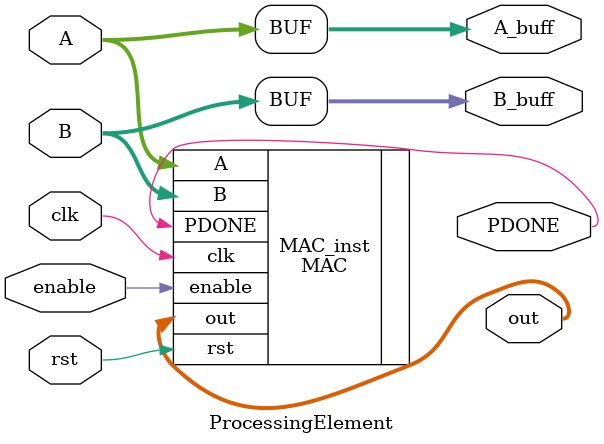
<source format=v>
module ProcessingElement 
#( parameter N = 2)
(
    input [7:0] A,
    input [7:0] B,
    input clk,
    input rst,
    input enable,
    output  [15+(N-1):0] out,
    output PDONE,
    output [7:0] A_buff,
    output [7:0] B_buff
);
    assign A_buff = A;
    assign B_buff = B;

    
    MAC # (
        .N(N)
    ) MAC_inst (
        .A(A),
        .B(B),
        .clk(clk),
        .rst(rst),
        .enable(enable),
        .out(out),
        .PDONE(PDONE)
    );
endmodule

</source>
